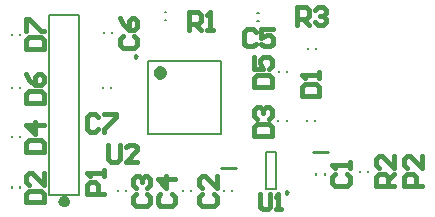
<source format=gto>
G04 Layer_Color=65535*
%FSLAX25Y25*%
%MOIN*%
G70*
G01*
G75*
%ADD19C,0.01000*%
%ADD36C,0.00984*%
%ADD37C,0.02362*%
%ADD38C,0.01969*%
%ADD39C,0.00787*%
%ADD40C,0.01575*%
D19*
X73090Y16555D02*
X78091D01*
X103799Y22067D02*
X108799D01*
D36*
X45177Y53780D02*
X44439Y54206D01*
Y53353D01*
X45177Y53780D01*
X95571Y8465D02*
X94833Y8891D01*
Y8038D01*
X95571Y8465D01*
D37*
X53937Y48425D02*
X53492Y49349D01*
X52493Y49577D01*
X51692Y48938D01*
Y47913D01*
X52493Y47274D01*
X53492Y47502D01*
X53937Y48425D01*
D38*
X21850Y5276D02*
X21358Y6128D01*
X20374D01*
X19882Y5276D01*
X20374Y4423D01*
X21358D01*
X21850Y5276D01*
D39*
X48819Y27953D02*
Y52362D01*
X73228Y27953D02*
Y52362D01*
X48819D02*
X73228D01*
X48819Y27953D02*
X73228D01*
X87992Y9449D02*
Y22047D01*
X91535Y9449D02*
Y22047D01*
X87992D02*
X91535D01*
X87992Y9449D02*
X91535D01*
X102197Y56090D02*
Y56484D01*
X104953Y56090D02*
Y56484D01*
X119520Y15146D02*
Y15539D01*
X122276Y15146D02*
Y15539D01*
X54539Y65976D02*
X54933D01*
X54539Y68732D02*
X54933D01*
X25866Y7598D02*
Y67598D01*
X15866Y7598D02*
Y67598D01*
Y7598D02*
X25866D01*
X15866Y67598D02*
X25866D01*
X3378Y60815D02*
Y61209D01*
X6134Y60815D02*
Y61209D01*
X6071Y43122D02*
Y43516D01*
X3315Y43122D02*
Y43516D01*
X92354Y48610D02*
Y49004D01*
X95110Y48610D02*
Y49004D01*
X3378Y26957D02*
Y27350D01*
X6134Y26957D02*
Y27350D01*
X95047Y32098D02*
Y32492D01*
X92291Y32098D02*
Y32492D01*
X6071Y10051D02*
Y10445D01*
X3315Y10051D02*
Y10445D01*
X104496Y32098D02*
Y32492D01*
X101740Y32098D02*
Y32492D01*
X33693Y43098D02*
Y43492D01*
X36449Y43098D02*
Y43492D01*
X36779Y61626D02*
Y62020D01*
X34024Y61626D02*
Y62020D01*
X85248Y65583D02*
X85642D01*
X85248Y68339D02*
X85642D01*
X60465Y8846D02*
Y9240D01*
X63221Y8846D02*
Y9240D01*
X38811Y8846D02*
Y9240D01*
X41567Y8846D02*
Y9240D01*
X76937Y8870D02*
Y9264D01*
X74181Y8870D02*
Y9264D01*
X107646Y14382D02*
Y14776D01*
X104890Y14382D02*
Y14776D01*
D40*
X111222Y14566D02*
X110238Y13582D01*
Y11614D01*
X111222Y10630D01*
X115158D01*
X116142Y11614D01*
Y13582D01*
X115158Y14566D01*
X116142Y16533D02*
Y18501D01*
Y17517D01*
X110238D01*
X111222Y16533D01*
X66734Y7873D02*
X65750Y6889D01*
Y4921D01*
X66734Y3937D01*
X70670D01*
X71653Y4921D01*
Y6889D01*
X70670Y7873D01*
X71653Y13776D02*
Y9841D01*
X67718Y13776D01*
X66734D01*
X65750Y12792D01*
Y10825D01*
X66734Y9841D01*
X44687Y7873D02*
X43703Y6889D01*
Y4921D01*
X44687Y3937D01*
X48622D01*
X49606Y4921D01*
Y6889D01*
X48622Y7873D01*
X44687Y9841D02*
X43703Y10825D01*
Y12792D01*
X44687Y13776D01*
X45671D01*
X46654Y12792D01*
Y11808D01*
Y12792D01*
X47638Y13776D01*
X48622D01*
X49606Y12792D01*
Y10825D01*
X48622Y9841D01*
X52954Y7873D02*
X51970Y6889D01*
Y4921D01*
X52954Y3937D01*
X56890D01*
X57874Y4921D01*
Y6889D01*
X56890Y7873D01*
X57874Y12792D02*
X51970D01*
X54922Y9841D01*
Y13776D01*
X84644Y62006D02*
X83661Y62990D01*
X81693D01*
X80709Y62006D01*
Y58070D01*
X81693Y57087D01*
X83661D01*
X84644Y58070D01*
X90548Y62990D02*
X86612D01*
Y60038D01*
X88580Y61022D01*
X89564D01*
X90548Y60038D01*
Y58070D01*
X89564Y57087D01*
X87596D01*
X86612Y58070D01*
X40356Y60629D02*
X39372Y59645D01*
Y57677D01*
X40356Y56693D01*
X44292D01*
X45276Y57677D01*
Y59645D01*
X44292Y60629D01*
X39372Y66532D02*
X40356Y64564D01*
X42324Y62596D01*
X44292D01*
X45276Y63580D01*
Y65548D01*
X44292Y66532D01*
X43308D01*
X42324Y65548D01*
Y62596D01*
X32282Y33660D02*
X31298Y34644D01*
X29330D01*
X28346Y33660D01*
Y29724D01*
X29330Y28740D01*
X31298D01*
X32282Y29724D01*
X34250Y34644D02*
X38186D01*
Y33660D01*
X34250Y29724D01*
Y28740D01*
X100002Y40551D02*
X105905D01*
Y43503D01*
X104922Y44487D01*
X100986D01*
X100002Y43503D01*
Y40551D01*
X105905Y46455D02*
Y48423D01*
Y47439D01*
X100002D01*
X100986Y46455D01*
X8270Y5118D02*
X14173D01*
Y8070D01*
X13189Y9054D01*
X9254D01*
X8270Y8070D01*
Y5118D01*
X14173Y14957D02*
Y11022D01*
X10238Y14957D01*
X9254D01*
X8270Y13973D01*
Y12006D01*
X9254Y11022D01*
X84254Y27165D02*
X90158D01*
Y30117D01*
X89174Y31101D01*
X85238D01*
X84254Y30117D01*
Y27165D01*
X85238Y33069D02*
X84254Y34053D01*
Y36021D01*
X85238Y37005D01*
X86222D01*
X87206Y36021D01*
Y35037D01*
Y36021D01*
X88190Y37005D01*
X89174D01*
X90158Y36021D01*
Y34053D01*
X89174Y33069D01*
X8270Y22047D02*
X14173D01*
Y24999D01*
X13189Y25983D01*
X9254D01*
X8270Y24999D01*
Y22047D01*
X14173Y30903D02*
X8270D01*
X11221Y27951D01*
Y31887D01*
X84254Y43701D02*
X90158D01*
Y46653D01*
X89174Y47637D01*
X85238D01*
X84254Y46653D01*
Y43701D01*
Y53540D02*
Y49604D01*
X87206D01*
X86222Y51572D01*
Y52556D01*
X87206Y53540D01*
X89174D01*
X90158Y52556D01*
Y50588D01*
X89174Y49604D01*
X8270Y38189D02*
X14173D01*
Y41141D01*
X13189Y42125D01*
X9254D01*
X8270Y41141D01*
Y38189D01*
Y48028D02*
X9254Y46060D01*
X11221Y44093D01*
X13189D01*
X14173Y45077D01*
Y47044D01*
X13189Y48028D01*
X12205D01*
X11221Y47044D01*
Y44093D01*
X8270Y56299D02*
X14173D01*
Y59251D01*
X13189Y60235D01*
X9254D01*
X8270Y59251D01*
Y56299D01*
Y62203D02*
Y66138D01*
X9254D01*
X13189Y62203D01*
X14173D01*
X34252Y7874D02*
X28348D01*
Y10826D01*
X29332Y11810D01*
X31300D01*
X32284Y10826D01*
Y7874D01*
X34252Y13778D02*
Y15745D01*
Y14762D01*
X28348D01*
X29332Y13778D01*
X140157Y10630D02*
X134254D01*
Y13582D01*
X135238Y14566D01*
X137206D01*
X138190Y13582D01*
Y10630D01*
X140157Y20469D02*
Y16533D01*
X136222Y20469D01*
X135238D01*
X134254Y19485D01*
Y17517D01*
X135238Y16533D01*
X62598Y62598D02*
Y68502D01*
X65550D01*
X66534Y67518D01*
Y65550D01*
X65550Y64566D01*
X62598D01*
X64566D02*
X66534Y62598D01*
X68502D02*
X70470D01*
X69486D01*
Y68502D01*
X68502Y67518D01*
X130709Y10630D02*
X124805D01*
Y13582D01*
X125789Y14566D01*
X127757D01*
X128741Y13582D01*
Y10630D01*
Y12598D02*
X130709Y14566D01*
Y20469D02*
Y16533D01*
X126773Y20469D01*
X125789D01*
X124805Y19485D01*
Y17517D01*
X125789Y16533D01*
X98425Y64173D02*
Y70077D01*
X101377D01*
X102361Y69093D01*
Y67125D01*
X101377Y66141D01*
X98425D01*
X100393D02*
X102361Y64173D01*
X104329Y69093D02*
X105313Y70077D01*
X107281D01*
X108265Y69093D01*
Y68109D01*
X107281Y67125D01*
X106297D01*
X107281D01*
X108265Y66141D01*
Y65157D01*
X107281Y64173D01*
X105313D01*
X104329Y65157D01*
X86221Y7872D02*
Y3609D01*
X87073Y2756D01*
X88779D01*
X89631Y3609D01*
Y7872D01*
X91337Y2756D02*
X93042D01*
X92190D01*
Y7872D01*
X91337Y7020D01*
X35433Y24408D02*
Y19488D01*
X36417Y18504D01*
X38385D01*
X39369Y19488D01*
Y24408D01*
X45272Y18504D02*
X41337D01*
X45272Y22440D01*
Y23424D01*
X44289Y24408D01*
X42321D01*
X41337Y23424D01*
M02*

</source>
